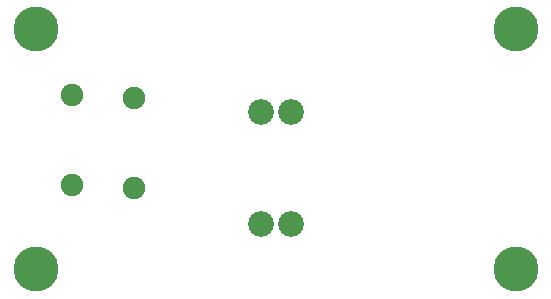
<source format=gbs>
G04 (created by PCBNEW (2013-feb-26)-testing) date Fri 08 Mar 2013 03:50:30 PM PST*
%MOIN*%
G04 Gerber Fmt 3.4, Leading zero omitted, Abs format*
%FSLAX34Y34*%
G01*
G70*
G90*
G04 APERTURE LIST*
%ADD10C,2.3622e-06*%
%ADD11C,0.15*%
%ADD12C,0.086*%
%ADD13C,0.075*%
G04 APERTURE END LIST*
G54D10*
G54D11*
X31000Y-21000D03*
X31000Y-29000D03*
X47000Y-29000D03*
X47000Y-21000D03*
G54D12*
X39500Y-23750D03*
X38500Y-23750D03*
G54D13*
X32200Y-26180D03*
X32200Y-23180D03*
X34270Y-26280D03*
X34270Y-23280D03*
G54D12*
X39500Y-27500D03*
X38500Y-27500D03*
M02*

</source>
